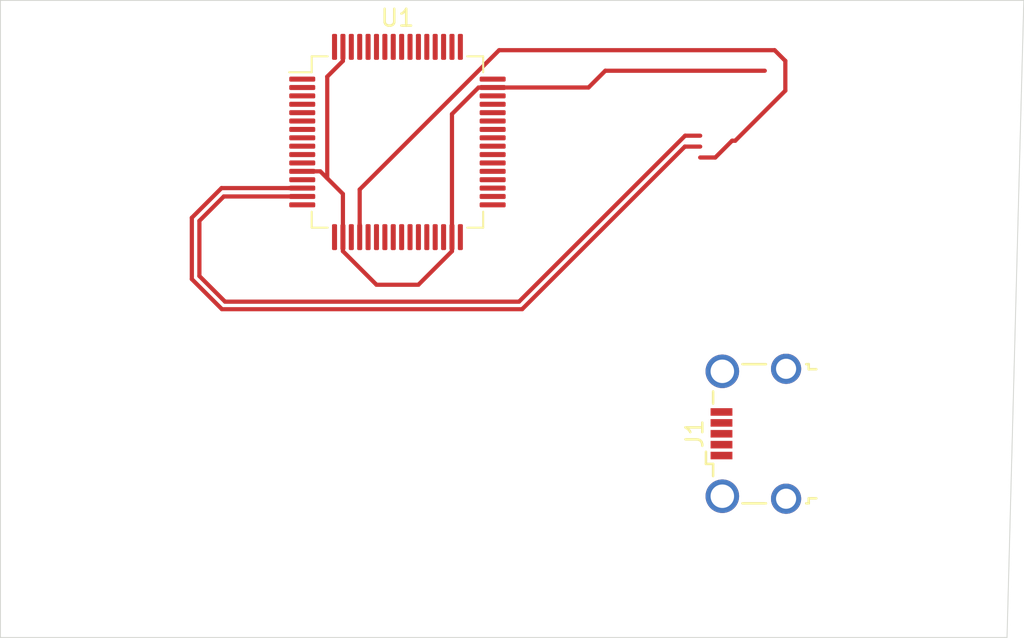
<source format=kicad_pcb>
(kicad_pcb (version 20171130) (host pcbnew "(5.1.5)-3")

  (general
    (thickness 1.6)
    (drawings 4)
    (tracks 44)
    (zones 0)
    (modules 2)
    (nets 62)
  )

  (page A4)
  (layers
    (0 F.Cu signal)
    (31 B.Cu signal)
    (32 B.Adhes user)
    (33 F.Adhes user)
    (34 B.Paste user)
    (35 F.Paste user)
    (36 B.SilkS user)
    (37 F.SilkS user)
    (38 B.Mask user)
    (39 F.Mask user)
    (40 Dwgs.User user)
    (41 Cmts.User user)
    (42 Eco1.User user)
    (43 Eco2.User user)
    (44 Edge.Cuts user)
    (45 Margin user)
    (46 B.CrtYd user)
    (47 F.CrtYd user)
    (48 B.Fab user)
    (49 F.Fab user)
  )

  (setup
    (last_trace_width 0.25)
    (trace_clearance 0.2)
    (zone_clearance 0.508)
    (zone_45_only no)
    (trace_min 0.2)
    (via_size 0.8)
    (via_drill 0.4)
    (via_min_size 0.4)
    (via_min_drill 0.3)
    (uvia_size 0.3)
    (uvia_drill 0.1)
    (uvias_allowed no)
    (uvia_min_size 0.2)
    (uvia_min_drill 0.1)
    (edge_width 0.05)
    (segment_width 0.2)
    (pcb_text_width 0.3)
    (pcb_text_size 1.5 1.5)
    (mod_edge_width 0.12)
    (mod_text_size 1 1)
    (mod_text_width 0.15)
    (pad_size 1.524 1.524)
    (pad_drill 0.762)
    (pad_to_mask_clearance 0.051)
    (solder_mask_min_width 0.25)
    (aux_axis_origin 0 0)
    (visible_elements 7FFFFFFF)
    (pcbplotparams
      (layerselection 0x010fc_ffffffff)
      (usegerberextensions false)
      (usegerberattributes false)
      (usegerberadvancedattributes false)
      (creategerberjobfile false)
      (excludeedgelayer true)
      (linewidth 0.100000)
      (plotframeref false)
      (viasonmask false)
      (mode 1)
      (useauxorigin false)
      (hpglpennumber 1)
      (hpglpenspeed 20)
      (hpglpendiameter 15.000000)
      (psnegative false)
      (psa4output false)
      (plotreference true)
      (plotvalue true)
      (plotinvisibletext false)
      (padsonsilk false)
      (subtractmaskfromsilk false)
      (outputformat 1)
      (mirror false)
      (drillshape 1)
      (scaleselection 1)
      (outputdirectory ""))
  )

  (net 0 "")
  (net 1 "Net-(U1-Pad64)")
  (net 2 GND)
  (net 3 "Net-(U1-Pad62)")
  (net 4 "Net-(U1-Pad61)")
  (net 5 "Net-(U1-Pad60)")
  (net 6 "Net-(U1-Pad59)")
  (net 7 "Net-(U1-Pad58)")
  (net 8 "Net-(U1-Pad57)")
  (net 9 "Net-(U1-Pad56)")
  (net 10 "Net-(U1-Pad55)")
  (net 11 "Net-(U1-Pad54)")
  (net 12 "Net-(U1-Pad53)")
  (net 13 "Net-(U1-Pad52)")
  (net 14 "Net-(U1-Pad51)")
  (net 15 "Net-(U1-Pad50)")
  (net 16 "Net-(U1-Pad49)")
  (net 17 "Net-(U1-Pad48)")
  (net 18 "Net-(U1-Pad46)")
  (net 19 "Net-(U1-Pad45)")
  (net 20 "Net-(U1-Pad44)")
  (net 21 "Net-(U1-Pad43)")
  (net 22 "Net-(U1-Pad42)")
  (net 23 "Net-(U1-Pad41)")
  (net 24 "Net-(U1-Pad40)")
  (net 25 "Net-(U1-Pad39)")
  (net 26 "Net-(U1-Pad38)")
  (net 27 "Net-(U1-Pad37)")
  (net 28 "Net-(U1-Pad36)")
  (net 29 "Net-(U1-Pad35)")
  (net 30 "Net-(U1-Pad34)")
  (net 31 "Net-(U1-Pad33)")
  (net 32 "Net-(U1-Pad32)")
  (net 33 "Net-(U1-Pad30)")
  (net 34 "Net-(U1-Pad29)")
  (net 35 "Net-(U1-Pad28)")
  (net 36 "Net-(U1-Pad27)")
  (net 37 "Net-(U1-Pad26)")
  (net 38 "Net-(U1-Pad25)")
  (net 39 "Net-(U1-Pad24)")
  (net 40 "Net-(U1-Pad23)")
  (net 41 "Net-(U1-Pad22)")
  (net 42 "Net-(U1-Pad21)")
  (net 43 "Net-(U1-Pad19)")
  (net 44 "Net-(U1-Pad17)")
  (net 45 "Net-(U1-Pad16)")
  (net 46 "Net-(U1-Pad13)")
  (net 47 "Net-(U1-Pad11)")
  (net 48 "Net-(U1-Pad10)")
  (net 49 "Net-(U1-Pad9)")
  (net 50 "Net-(U1-Pad8)")
  (net 51 "Net-(U1-Pad7)")
  (net 52 "Net-(U1-Pad6)")
  (net 53 "Net-(U1-Pad5)")
  (net 54 "Net-(U1-Pad4)")
  (net 55 "Net-(U1-Pad3)")
  (net 56 "Net-(U1-Pad2)")
  (net 57 "Net-(U1-Pad1)")
  (net 58 "Net-(J1-Pad4)")
  (net 59 "Net-(J1-Pad3)")
  (net 60 "Net-(J1-Pad2)")
  (net 61 "Net-(J1-Pad1)")

  (net_class Default "This is the default net class."
    (clearance 0.2)
    (trace_width 0.25)
    (via_dia 0.8)
    (via_drill 0.4)
    (uvia_dia 0.3)
    (uvia_drill 0.1)
    (add_net GND)
    (add_net "Net-(J1-Pad1)")
    (add_net "Net-(J1-Pad2)")
    (add_net "Net-(J1-Pad3)")
    (add_net "Net-(J1-Pad4)")
    (add_net "Net-(U1-Pad1)")
    (add_net "Net-(U1-Pad10)")
    (add_net "Net-(U1-Pad11)")
    (add_net "Net-(U1-Pad13)")
    (add_net "Net-(U1-Pad16)")
    (add_net "Net-(U1-Pad17)")
    (add_net "Net-(U1-Pad19)")
    (add_net "Net-(U1-Pad2)")
    (add_net "Net-(U1-Pad21)")
    (add_net "Net-(U1-Pad22)")
    (add_net "Net-(U1-Pad23)")
    (add_net "Net-(U1-Pad24)")
    (add_net "Net-(U1-Pad25)")
    (add_net "Net-(U1-Pad26)")
    (add_net "Net-(U1-Pad27)")
    (add_net "Net-(U1-Pad28)")
    (add_net "Net-(U1-Pad29)")
    (add_net "Net-(U1-Pad3)")
    (add_net "Net-(U1-Pad30)")
    (add_net "Net-(U1-Pad32)")
    (add_net "Net-(U1-Pad33)")
    (add_net "Net-(U1-Pad34)")
    (add_net "Net-(U1-Pad35)")
    (add_net "Net-(U1-Pad36)")
    (add_net "Net-(U1-Pad37)")
    (add_net "Net-(U1-Pad38)")
    (add_net "Net-(U1-Pad39)")
    (add_net "Net-(U1-Pad4)")
    (add_net "Net-(U1-Pad40)")
    (add_net "Net-(U1-Pad41)")
    (add_net "Net-(U1-Pad42)")
    (add_net "Net-(U1-Pad43)")
    (add_net "Net-(U1-Pad44)")
    (add_net "Net-(U1-Pad45)")
    (add_net "Net-(U1-Pad46)")
    (add_net "Net-(U1-Pad48)")
    (add_net "Net-(U1-Pad49)")
    (add_net "Net-(U1-Pad5)")
    (add_net "Net-(U1-Pad50)")
    (add_net "Net-(U1-Pad51)")
    (add_net "Net-(U1-Pad52)")
    (add_net "Net-(U1-Pad53)")
    (add_net "Net-(U1-Pad54)")
    (add_net "Net-(U1-Pad55)")
    (add_net "Net-(U1-Pad56)")
    (add_net "Net-(U1-Pad57)")
    (add_net "Net-(U1-Pad58)")
    (add_net "Net-(U1-Pad59)")
    (add_net "Net-(U1-Pad6)")
    (add_net "Net-(U1-Pad60)")
    (add_net "Net-(U1-Pad61)")
    (add_net "Net-(U1-Pad62)")
    (add_net "Net-(U1-Pad64)")
    (add_net "Net-(U1-Pad7)")
    (add_net "Net-(U1-Pad8)")
    (add_net "Net-(U1-Pad9)")
  )

  (module Connector_USB:USB_Micro-B_Wuerth_629105150521_CircularHoles (layer F.Cu) (tedit 5A142044) (tstamp 5EBD0D89)
    (at 55.88 -57.15 90)
    (descr "USB Micro-B receptacle, http://www.mouser.com/ds/2/445/629105150521-469306.pdf")
    (tags "usb micro receptacle")
    (path /5EBD3FD2)
    (attr smd)
    (fp_text reference J1 (at 0 -3.5 90) (layer F.SilkS)
      (effects (font (size 1 1) (thickness 0.15)))
    )
    (fp_text value USB_B_Micro (at 0 5.6 90) (layer F.Fab)
      (effects (font (size 1 1) (thickness 0.15)))
    )
    (fp_text user "PCB Edge" (at 0 3.75 90) (layer Dwgs.User)
      (effects (font (size 0.5 0.5) (thickness 0.08)))
    )
    (fp_text user %R (at 0 1.05 90) (layer F.Fab)
      (effects (font (size 1 1) (thickness 0.15)))
    )
    (fp_line (start 5.28 -3.34) (end -5.27 -3.34) (layer F.CrtYd) (width 0.05))
    (fp_line (start 5.28 4.85) (end 5.28 -3.34) (layer F.CrtYd) (width 0.05))
    (fp_line (start -5.27 4.85) (end 5.28 4.85) (layer F.CrtYd) (width 0.05))
    (fp_line (start -5.27 -3.34) (end -5.27 4.85) (layer F.CrtYd) (width 0.05))
    (fp_line (start 1.8 -2.4) (end 2.525 -2.4) (layer F.SilkS) (width 0.15))
    (fp_line (start -1.8 -2.4) (end -2.525 -2.4) (layer F.SilkS) (width 0.15))
    (fp_line (start -1.8 -2.825) (end -1.8 -2.4) (layer F.SilkS) (width 0.15))
    (fp_line (start -1.075 -2.825) (end -1.8 -2.825) (layer F.SilkS) (width 0.15))
    (fp_line (start 4.15 0.75) (end 4.15 -0.65) (layer F.SilkS) (width 0.15))
    (fp_line (start 4.15 3.3) (end 4.15 3.15) (layer F.SilkS) (width 0.15))
    (fp_line (start 3.85 3.3) (end 4.15 3.3) (layer F.SilkS) (width 0.15))
    (fp_line (start 3.85 3.75) (end 3.85 3.3) (layer F.SilkS) (width 0.15))
    (fp_line (start -3.85 3.3) (end -3.85 3.75) (layer F.SilkS) (width 0.15))
    (fp_line (start -4.15 3.3) (end -3.85 3.3) (layer F.SilkS) (width 0.15))
    (fp_line (start -4.15 3.15) (end -4.15 3.3) (layer F.SilkS) (width 0.15))
    (fp_line (start -4.15 -0.65) (end -4.15 0.75) (layer F.SilkS) (width 0.15))
    (fp_line (start -1.075 -2.95) (end -1.075 -2.725) (layer F.Fab) (width 0.15))
    (fp_line (start -1.525 -2.95) (end -1.075 -2.95) (layer F.Fab) (width 0.15))
    (fp_line (start -1.525 -2.725) (end -1.525 -2.95) (layer F.Fab) (width 0.15))
    (fp_line (start -1.3 -2.55) (end -1.525 -2.725) (layer F.Fab) (width 0.15))
    (fp_line (start -1.075 -2.725) (end -1.3 -2.55) (layer F.Fab) (width 0.15))
    (fp_line (start -2.7 3.75) (end 2.7 3.75) (layer F.Fab) (width 0.15))
    (fp_line (start 4 -2.25) (end -4 -2.25) (layer F.Fab) (width 0.15))
    (fp_line (start 4 3.15) (end 4 -2.25) (layer F.Fab) (width 0.15))
    (fp_line (start 3.7 3.15) (end 4 3.15) (layer F.Fab) (width 0.15))
    (fp_line (start 3.7 4.35) (end 3.7 3.15) (layer F.Fab) (width 0.15))
    (fp_line (start -3.7 4.35) (end 3.7 4.35) (layer F.Fab) (width 0.15))
    (fp_line (start -3.7 3.15) (end -3.7 4.35) (layer F.Fab) (width 0.15))
    (fp_line (start -4 3.15) (end -3.7 3.15) (layer F.Fab) (width 0.15))
    (fp_line (start -4 -2.25) (end -4 3.15) (layer F.Fab) (width 0.15))
    (pad "" np_thru_hole circle (at 2.5 -0.8 90) (size 0.8 0.8) (drill 0.8) (layers *.Cu *.Mask))
    (pad "" np_thru_hole circle (at -2.5 -0.8 90) (size 0.8 0.8) (drill 0.8) (layers *.Cu *.Mask))
    (pad 6 thru_hole circle (at 3.875 1.95 90) (size 1.8 1.8) (drill 1.2) (layers *.Cu *.Mask)
      (net 2 GND))
    (pad 6 thru_hole circle (at -3.875 1.95 90) (size 1.8 1.8) (drill 1.2) (layers *.Cu *.Mask)
      (net 2 GND))
    (pad 6 thru_hole circle (at 3.725 -1.85 90) (size 2 2) (drill 1.4) (layers *.Cu *.Mask)
      (net 2 GND))
    (pad 6 thru_hole circle (at -3.725 -1.85 90) (size 2 2) (drill 1.4) (layers *.Cu *.Mask)
      (net 2 GND))
    (pad 5 smd rect (at 1.3 -1.9 90) (size 0.45 1.3) (layers F.Cu F.Paste F.Mask)
      (net 2 GND))
    (pad 4 smd rect (at 0.65 -1.9 90) (size 0.45 1.3) (layers F.Cu F.Paste F.Mask)
      (net 58 "Net-(J1-Pad4)"))
    (pad 3 smd rect (at 0 -1.9 90) (size 0.45 1.3) (layers F.Cu F.Paste F.Mask)
      (net 59 "Net-(J1-Pad3)"))
    (pad 2 smd rect (at -0.65 -1.9 90) (size 0.45 1.3) (layers F.Cu F.Paste F.Mask)
      (net 60 "Net-(J1-Pad2)"))
    (pad 1 smd rect (at -1.3 -1.9 90) (size 0.45 1.3) (layers F.Cu F.Paste F.Mask)
      (net 61 "Net-(J1-Pad1)"))
    (model ${KISYS3DMOD}/Connector_USB.3dshapes/USB_Micro-B_Wuerth_629105150521_CircularHoles.wrl
      (at (xyz 0 0 0))
      (scale (xyz 1 1 1))
      (rotate (xyz 0 0 0))
    )
  )

  (module Package_QFP:LQFP-64_10x10mm_P0.5mm (layer F.Cu) (tedit 5D9F72AF) (tstamp 5EBD0549)
    (at 34.665001 -74.554999)
    (descr "LQFP, 64 Pin (https://www.analog.com/media/en/technical-documentation/data-sheets/ad7606_7606-6_7606-4.pdf), generated with kicad-footprint-generator ipc_gullwing_generator.py")
    (tags "LQFP QFP")
    (path /5EBD04EF)
    (attr smd)
    (fp_text reference U1 (at 0 -7.4) (layer F.SilkS)
      (effects (font (size 1 1) (thickness 0.15)))
    )
    (fp_text value STM32L476RGTx (at 0 7.4) (layer F.Fab)
      (effects (font (size 1 1) (thickness 0.15)))
    )
    (fp_text user %R (at 0 0) (layer F.Fab)
      (effects (font (size 1 1) (thickness 0.15)))
    )
    (fp_line (start 6.7 4.15) (end 6.7 0) (layer F.CrtYd) (width 0.05))
    (fp_line (start 5.25 4.15) (end 6.7 4.15) (layer F.CrtYd) (width 0.05))
    (fp_line (start 5.25 5.25) (end 5.25 4.15) (layer F.CrtYd) (width 0.05))
    (fp_line (start 4.15 5.25) (end 5.25 5.25) (layer F.CrtYd) (width 0.05))
    (fp_line (start 4.15 6.7) (end 4.15 5.25) (layer F.CrtYd) (width 0.05))
    (fp_line (start 0 6.7) (end 4.15 6.7) (layer F.CrtYd) (width 0.05))
    (fp_line (start -6.7 4.15) (end -6.7 0) (layer F.CrtYd) (width 0.05))
    (fp_line (start -5.25 4.15) (end -6.7 4.15) (layer F.CrtYd) (width 0.05))
    (fp_line (start -5.25 5.25) (end -5.25 4.15) (layer F.CrtYd) (width 0.05))
    (fp_line (start -4.15 5.25) (end -5.25 5.25) (layer F.CrtYd) (width 0.05))
    (fp_line (start -4.15 6.7) (end -4.15 5.25) (layer F.CrtYd) (width 0.05))
    (fp_line (start 0 6.7) (end -4.15 6.7) (layer F.CrtYd) (width 0.05))
    (fp_line (start 6.7 -4.15) (end 6.7 0) (layer F.CrtYd) (width 0.05))
    (fp_line (start 5.25 -4.15) (end 6.7 -4.15) (layer F.CrtYd) (width 0.05))
    (fp_line (start 5.25 -5.25) (end 5.25 -4.15) (layer F.CrtYd) (width 0.05))
    (fp_line (start 4.15 -5.25) (end 5.25 -5.25) (layer F.CrtYd) (width 0.05))
    (fp_line (start 4.15 -6.7) (end 4.15 -5.25) (layer F.CrtYd) (width 0.05))
    (fp_line (start 0 -6.7) (end 4.15 -6.7) (layer F.CrtYd) (width 0.05))
    (fp_line (start -6.7 -4.15) (end -6.7 0) (layer F.CrtYd) (width 0.05))
    (fp_line (start -5.25 -4.15) (end -6.7 -4.15) (layer F.CrtYd) (width 0.05))
    (fp_line (start -5.25 -5.25) (end -5.25 -4.15) (layer F.CrtYd) (width 0.05))
    (fp_line (start -4.15 -5.25) (end -5.25 -5.25) (layer F.CrtYd) (width 0.05))
    (fp_line (start -4.15 -6.7) (end -4.15 -5.25) (layer F.CrtYd) (width 0.05))
    (fp_line (start 0 -6.7) (end -4.15 -6.7) (layer F.CrtYd) (width 0.05))
    (fp_line (start -5 -4) (end -4 -5) (layer F.Fab) (width 0.1))
    (fp_line (start -5 5) (end -5 -4) (layer F.Fab) (width 0.1))
    (fp_line (start 5 5) (end -5 5) (layer F.Fab) (width 0.1))
    (fp_line (start 5 -5) (end 5 5) (layer F.Fab) (width 0.1))
    (fp_line (start -4 -5) (end 5 -5) (layer F.Fab) (width 0.1))
    (fp_line (start -5.11 -4.16) (end -6.45 -4.16) (layer F.SilkS) (width 0.12))
    (fp_line (start -5.11 -5.11) (end -5.11 -4.16) (layer F.SilkS) (width 0.12))
    (fp_line (start -4.16 -5.11) (end -5.11 -5.11) (layer F.SilkS) (width 0.12))
    (fp_line (start 5.11 -5.11) (end 5.11 -4.16) (layer F.SilkS) (width 0.12))
    (fp_line (start 4.16 -5.11) (end 5.11 -5.11) (layer F.SilkS) (width 0.12))
    (fp_line (start -5.11 5.11) (end -5.11 4.16) (layer F.SilkS) (width 0.12))
    (fp_line (start -4.16 5.11) (end -5.11 5.11) (layer F.SilkS) (width 0.12))
    (fp_line (start 5.11 5.11) (end 5.11 4.16) (layer F.SilkS) (width 0.12))
    (fp_line (start 4.16 5.11) (end 5.11 5.11) (layer F.SilkS) (width 0.12))
    (pad 64 smd roundrect (at -3.75 -5.675) (size 0.3 1.55) (layers F.Cu F.Paste F.Mask) (roundrect_rratio 0.25)
      (net 1 "Net-(U1-Pad64)"))
    (pad 63 smd roundrect (at -3.25 -5.675) (size 0.3 1.55) (layers F.Cu F.Paste F.Mask) (roundrect_rratio 0.25)
      (net 2 GND))
    (pad 62 smd roundrect (at -2.75 -5.675) (size 0.3 1.55) (layers F.Cu F.Paste F.Mask) (roundrect_rratio 0.25)
      (net 3 "Net-(U1-Pad62)"))
    (pad 61 smd roundrect (at -2.25 -5.675) (size 0.3 1.55) (layers F.Cu F.Paste F.Mask) (roundrect_rratio 0.25)
      (net 4 "Net-(U1-Pad61)"))
    (pad 60 smd roundrect (at -1.75 -5.675) (size 0.3 1.55) (layers F.Cu F.Paste F.Mask) (roundrect_rratio 0.25)
      (net 5 "Net-(U1-Pad60)"))
    (pad 59 smd roundrect (at -1.25 -5.675) (size 0.3 1.55) (layers F.Cu F.Paste F.Mask) (roundrect_rratio 0.25)
      (net 6 "Net-(U1-Pad59)"))
    (pad 58 smd roundrect (at -0.75 -5.675) (size 0.3 1.55) (layers F.Cu F.Paste F.Mask) (roundrect_rratio 0.25)
      (net 7 "Net-(U1-Pad58)"))
    (pad 57 smd roundrect (at -0.25 -5.675) (size 0.3 1.55) (layers F.Cu F.Paste F.Mask) (roundrect_rratio 0.25)
      (net 8 "Net-(U1-Pad57)"))
    (pad 56 smd roundrect (at 0.25 -5.675) (size 0.3 1.55) (layers F.Cu F.Paste F.Mask) (roundrect_rratio 0.25)
      (net 9 "Net-(U1-Pad56)"))
    (pad 55 smd roundrect (at 0.75 -5.675) (size 0.3 1.55) (layers F.Cu F.Paste F.Mask) (roundrect_rratio 0.25)
      (net 10 "Net-(U1-Pad55)"))
    (pad 54 smd roundrect (at 1.25 -5.675) (size 0.3 1.55) (layers F.Cu F.Paste F.Mask) (roundrect_rratio 0.25)
      (net 11 "Net-(U1-Pad54)"))
    (pad 53 smd roundrect (at 1.75 -5.675) (size 0.3 1.55) (layers F.Cu F.Paste F.Mask) (roundrect_rratio 0.25)
      (net 12 "Net-(U1-Pad53)"))
    (pad 52 smd roundrect (at 2.25 -5.675) (size 0.3 1.55) (layers F.Cu F.Paste F.Mask) (roundrect_rratio 0.25)
      (net 13 "Net-(U1-Pad52)"))
    (pad 51 smd roundrect (at 2.75 -5.675) (size 0.3 1.55) (layers F.Cu F.Paste F.Mask) (roundrect_rratio 0.25)
      (net 14 "Net-(U1-Pad51)"))
    (pad 50 smd roundrect (at 3.25 -5.675) (size 0.3 1.55) (layers F.Cu F.Paste F.Mask) (roundrect_rratio 0.25)
      (net 15 "Net-(U1-Pad50)"))
    (pad 49 smd roundrect (at 3.75 -5.675) (size 0.3 1.55) (layers F.Cu F.Paste F.Mask) (roundrect_rratio 0.25)
      (net 16 "Net-(U1-Pad49)"))
    (pad 48 smd roundrect (at 5.675 -3.75) (size 1.55 0.3) (layers F.Cu F.Paste F.Mask) (roundrect_rratio 0.25)
      (net 17 "Net-(U1-Pad48)"))
    (pad 47 smd roundrect (at 5.675 -3.25) (size 1.55 0.3) (layers F.Cu F.Paste F.Mask) (roundrect_rratio 0.25)
      (net 2 GND))
    (pad 46 smd roundrect (at 5.675 -2.75) (size 1.55 0.3) (layers F.Cu F.Paste F.Mask) (roundrect_rratio 0.25)
      (net 18 "Net-(U1-Pad46)"))
    (pad 45 smd roundrect (at 5.675 -2.25) (size 1.55 0.3) (layers F.Cu F.Paste F.Mask) (roundrect_rratio 0.25)
      (net 19 "Net-(U1-Pad45)"))
    (pad 44 smd roundrect (at 5.675 -1.75) (size 1.55 0.3) (layers F.Cu F.Paste F.Mask) (roundrect_rratio 0.25)
      (net 20 "Net-(U1-Pad44)"))
    (pad 43 smd roundrect (at 5.675 -1.25) (size 1.55 0.3) (layers F.Cu F.Paste F.Mask) (roundrect_rratio 0.25)
      (net 21 "Net-(U1-Pad43)"))
    (pad 42 smd roundrect (at 5.675 -0.75) (size 1.55 0.3) (layers F.Cu F.Paste F.Mask) (roundrect_rratio 0.25)
      (net 22 "Net-(U1-Pad42)"))
    (pad 41 smd roundrect (at 5.675 -0.25) (size 1.55 0.3) (layers F.Cu F.Paste F.Mask) (roundrect_rratio 0.25)
      (net 23 "Net-(U1-Pad41)"))
    (pad 40 smd roundrect (at 5.675 0.25) (size 1.55 0.3) (layers F.Cu F.Paste F.Mask) (roundrect_rratio 0.25)
      (net 24 "Net-(U1-Pad40)"))
    (pad 39 smd roundrect (at 5.675 0.75) (size 1.55 0.3) (layers F.Cu F.Paste F.Mask) (roundrect_rratio 0.25)
      (net 25 "Net-(U1-Pad39)"))
    (pad 38 smd roundrect (at 5.675 1.25) (size 1.55 0.3) (layers F.Cu F.Paste F.Mask) (roundrect_rratio 0.25)
      (net 26 "Net-(U1-Pad38)"))
    (pad 37 smd roundrect (at 5.675 1.75) (size 1.55 0.3) (layers F.Cu F.Paste F.Mask) (roundrect_rratio 0.25)
      (net 27 "Net-(U1-Pad37)"))
    (pad 36 smd roundrect (at 5.675 2.25) (size 1.55 0.3) (layers F.Cu F.Paste F.Mask) (roundrect_rratio 0.25)
      (net 28 "Net-(U1-Pad36)"))
    (pad 35 smd roundrect (at 5.675 2.75) (size 1.55 0.3) (layers F.Cu F.Paste F.Mask) (roundrect_rratio 0.25)
      (net 29 "Net-(U1-Pad35)"))
    (pad 34 smd roundrect (at 5.675 3.25) (size 1.55 0.3) (layers F.Cu F.Paste F.Mask) (roundrect_rratio 0.25)
      (net 30 "Net-(U1-Pad34)"))
    (pad 33 smd roundrect (at 5.675 3.75) (size 1.55 0.3) (layers F.Cu F.Paste F.Mask) (roundrect_rratio 0.25)
      (net 31 "Net-(U1-Pad33)"))
    (pad 32 smd roundrect (at 3.75 5.675) (size 0.3 1.55) (layers F.Cu F.Paste F.Mask) (roundrect_rratio 0.25)
      (net 32 "Net-(U1-Pad32)"))
    (pad 31 smd roundrect (at 3.25 5.675) (size 0.3 1.55) (layers F.Cu F.Paste F.Mask) (roundrect_rratio 0.25)
      (net 2 GND))
    (pad 30 smd roundrect (at 2.75 5.675) (size 0.3 1.55) (layers F.Cu F.Paste F.Mask) (roundrect_rratio 0.25)
      (net 33 "Net-(U1-Pad30)"))
    (pad 29 smd roundrect (at 2.25 5.675) (size 0.3 1.55) (layers F.Cu F.Paste F.Mask) (roundrect_rratio 0.25)
      (net 34 "Net-(U1-Pad29)"))
    (pad 28 smd roundrect (at 1.75 5.675) (size 0.3 1.55) (layers F.Cu F.Paste F.Mask) (roundrect_rratio 0.25)
      (net 35 "Net-(U1-Pad28)"))
    (pad 27 smd roundrect (at 1.25 5.675) (size 0.3 1.55) (layers F.Cu F.Paste F.Mask) (roundrect_rratio 0.25)
      (net 36 "Net-(U1-Pad27)"))
    (pad 26 smd roundrect (at 0.75 5.675) (size 0.3 1.55) (layers F.Cu F.Paste F.Mask) (roundrect_rratio 0.25)
      (net 37 "Net-(U1-Pad26)"))
    (pad 25 smd roundrect (at 0.25 5.675) (size 0.3 1.55) (layers F.Cu F.Paste F.Mask) (roundrect_rratio 0.25)
      (net 38 "Net-(U1-Pad25)"))
    (pad 24 smd roundrect (at -0.25 5.675) (size 0.3 1.55) (layers F.Cu F.Paste F.Mask) (roundrect_rratio 0.25)
      (net 39 "Net-(U1-Pad24)"))
    (pad 23 smd roundrect (at -0.75 5.675) (size 0.3 1.55) (layers F.Cu F.Paste F.Mask) (roundrect_rratio 0.25)
      (net 40 "Net-(U1-Pad23)"))
    (pad 22 smd roundrect (at -1.25 5.675) (size 0.3 1.55) (layers F.Cu F.Paste F.Mask) (roundrect_rratio 0.25)
      (net 41 "Net-(U1-Pad22)"))
    (pad 21 smd roundrect (at -1.75 5.675) (size 0.3 1.55) (layers F.Cu F.Paste F.Mask) (roundrect_rratio 0.25)
      (net 42 "Net-(U1-Pad21)"))
    (pad 20 smd roundrect (at -2.25 5.675) (size 0.3 1.55) (layers F.Cu F.Paste F.Mask) (roundrect_rratio 0.25)
      (net 61 "Net-(J1-Pad1)"))
    (pad 19 smd roundrect (at -2.75 5.675) (size 0.3 1.55) (layers F.Cu F.Paste F.Mask) (roundrect_rratio 0.25)
      (net 43 "Net-(U1-Pad19)"))
    (pad 18 smd roundrect (at -3.25 5.675) (size 0.3 1.55) (layers F.Cu F.Paste F.Mask) (roundrect_rratio 0.25)
      (net 2 GND))
    (pad 17 smd roundrect (at -3.75 5.675) (size 0.3 1.55) (layers F.Cu F.Paste F.Mask) (roundrect_rratio 0.25)
      (net 44 "Net-(U1-Pad17)"))
    (pad 16 smd roundrect (at -5.675 3.75) (size 1.55 0.3) (layers F.Cu F.Paste F.Mask) (roundrect_rratio 0.25)
      (net 45 "Net-(U1-Pad16)"))
    (pad 15 smd roundrect (at -5.675 3.25) (size 1.55 0.3) (layers F.Cu F.Paste F.Mask) (roundrect_rratio 0.25)
      (net 59 "Net-(J1-Pad3)"))
    (pad 14 smd roundrect (at -5.675 2.75) (size 1.55 0.3) (layers F.Cu F.Paste F.Mask) (roundrect_rratio 0.25)
      (net 60 "Net-(J1-Pad2)"))
    (pad 13 smd roundrect (at -5.675 2.25) (size 1.55 0.3) (layers F.Cu F.Paste F.Mask) (roundrect_rratio 0.25)
      (net 46 "Net-(U1-Pad13)"))
    (pad 12 smd roundrect (at -5.675 1.75) (size 1.55 0.3) (layers F.Cu F.Paste F.Mask) (roundrect_rratio 0.25)
      (net 2 GND))
    (pad 11 smd roundrect (at -5.675 1.25) (size 1.55 0.3) (layers F.Cu F.Paste F.Mask) (roundrect_rratio 0.25)
      (net 47 "Net-(U1-Pad11)"))
    (pad 10 smd roundrect (at -5.675 0.75) (size 1.55 0.3) (layers F.Cu F.Paste F.Mask) (roundrect_rratio 0.25)
      (net 48 "Net-(U1-Pad10)"))
    (pad 9 smd roundrect (at -5.675 0.25) (size 1.55 0.3) (layers F.Cu F.Paste F.Mask) (roundrect_rratio 0.25)
      (net 49 "Net-(U1-Pad9)"))
    (pad 8 smd roundrect (at -5.675 -0.25) (size 1.55 0.3) (layers F.Cu F.Paste F.Mask) (roundrect_rratio 0.25)
      (net 50 "Net-(U1-Pad8)"))
    (pad 7 smd roundrect (at -5.675 -0.75) (size 1.55 0.3) (layers F.Cu F.Paste F.Mask) (roundrect_rratio 0.25)
      (net 51 "Net-(U1-Pad7)"))
    (pad 6 smd roundrect (at -5.675 -1.25) (size 1.55 0.3) (layers F.Cu F.Paste F.Mask) (roundrect_rratio 0.25)
      (net 52 "Net-(U1-Pad6)"))
    (pad 5 smd roundrect (at -5.675 -1.75) (size 1.55 0.3) (layers F.Cu F.Paste F.Mask) (roundrect_rratio 0.25)
      (net 53 "Net-(U1-Pad5)"))
    (pad 4 smd roundrect (at -5.675 -2.25) (size 1.55 0.3) (layers F.Cu F.Paste F.Mask) (roundrect_rratio 0.25)
      (net 54 "Net-(U1-Pad4)"))
    (pad 3 smd roundrect (at -5.675 -2.75) (size 1.55 0.3) (layers F.Cu F.Paste F.Mask) (roundrect_rratio 0.25)
      (net 55 "Net-(U1-Pad3)"))
    (pad 2 smd roundrect (at -5.675 -3.25) (size 1.55 0.3) (layers F.Cu F.Paste F.Mask) (roundrect_rratio 0.25)
      (net 56 "Net-(U1-Pad2)"))
    (pad 1 smd roundrect (at -5.675 -3.75) (size 1.55 0.3) (layers F.Cu F.Paste F.Mask) (roundrect_rratio 0.25)
      (net 57 "Net-(U1-Pad1)"))
    (model ${KISYS3DMOD}/Package_QFP.3dshapes/LQFP-64_10x10mm_P0.5mm.wrl
      (at (xyz 0 0 0))
      (scale (xyz 1 1 1))
      (rotate (xyz 0 0 0))
    )
  )

  (gr_line (start 71 -45) (end 72 -83) (layer Edge.Cuts) (width 0.05) (tstamp 5F3D3107))
  (gr_line (start 11 -45) (end 71 -45) (layer Edge.Cuts) (width 0.05))
  (gr_line (start 11 -83) (end 11 -45) (layer Edge.Cuts) (width 0.05))
  (gr_line (start 72 -83) (end 11 -83) (layer Edge.Cuts) (width 0.05))

  (segment (start 40.340001 -77.804999) (end 46.054999 -77.804999) (width 0.25) (layer F.Cu) (net 2))
  (segment (start 47.055 -78.805) (end 56.56 -78.805) (width 0.25) (layer F.Cu) (net 2))
  (segment (start 46.054999 -77.804999) (end 47.055 -78.805) (width 0.25) (layer F.Cu) (net 2))
  (segment (start 31.415001 -68.879999) (end 31.415001 -71.454999) (width 0.25) (layer F.Cu) (net 2))
  (segment (start 30.065001 -72.804999) (end 28.990001 -72.804999) (width 0.25) (layer F.Cu) (net 2))
  (segment (start 31.415001 -71.454999) (end 30.065001 -72.804999) (width 0.25) (layer F.Cu) (net 2))
  (segment (start 31.415001 -79.389297) (end 30.48 -78.454296) (width 0.25) (layer F.Cu) (net 2))
  (segment (start 31.415001 -80.229999) (end 31.415001 -79.389297) (width 0.25) (layer F.Cu) (net 2))
  (segment (start 30.48 -78.454296) (end 30.48 -72.39) (width 0.25) (layer F.Cu) (net 2))
  (segment (start 31.415001 -68.039297) (end 33.414298 -66.04) (width 0.25) (layer F.Cu) (net 2))
  (segment (start 31.415001 -68.879999) (end 31.415001 -68.039297) (width 0.25) (layer F.Cu) (net 2))
  (segment (start 37.915001 -68.104999) (end 37.915001 -68.879999) (width 0.25) (layer F.Cu) (net 2))
  (segment (start 37.915001 -68.039297) (end 37.915001 -68.104999) (width 0.25) (layer F.Cu) (net 2))
  (segment (start 35.915704 -66.04) (end 37.915001 -68.039297) (width 0.25) (layer F.Cu) (net 2))
  (segment (start 33.414298 -66.04) (end 35.915704 -66.04) (width 0.25) (layer F.Cu) (net 2))
  (segment (start 39.499299 -77.804999) (end 39.565001 -77.804999) (width 0.25) (layer F.Cu) (net 2))
  (segment (start 37.915001 -76.220701) (end 39.499299 -77.804999) (width 0.25) (layer F.Cu) (net 2))
  (segment (start 39.565001 -77.804999) (end 40.340001 -77.804999) (width 0.25) (layer F.Cu) (net 2))
  (segment (start 37.915001 -68.879999) (end 37.915001 -76.220701) (width 0.25) (layer F.Cu) (net 2))
  (segment (start 51.81 -74.93) (end 41.91 -65.03) (width 0.25) (layer F.Cu) (net 59))
  (segment (start 52.71 -74.93) (end 51.81 -74.93) (width 0.25) (layer F.Cu) (net 59))
  (segment (start 41.91 -65.03) (end 24.39 -65.03) (width 0.25) (layer F.Cu) (net 59))
  (segment (start 24.39 -65.03) (end 22.86 -66.56) (width 0.25) (layer F.Cu) (net 59))
  (segment (start 22.86 -66.56) (end 22.86 -69.85) (width 0.25) (layer F.Cu) (net 59))
  (segment (start 24.314999 -71.304999) (end 28.990001 -71.304999) (width 0.25) (layer F.Cu) (net 59))
  (segment (start 22.86 -69.85) (end 24.314999 -71.304999) (width 0.25) (layer F.Cu) (net 59))
  (segment (start 24.178589 -71.804999) (end 28.215001 -71.804999) (width 0.25) (layer F.Cu) (net 60))
  (segment (start 28.215001 -71.804999) (end 28.990001 -71.804999) (width 0.25) (layer F.Cu) (net 60))
  (segment (start 22.409991 -70.036401) (end 24.178589 -71.804999) (width 0.25) (layer F.Cu) (net 60))
  (segment (start 22.40999 -66.3736) (end 22.409991 -70.036401) (width 0.25) (layer F.Cu) (net 60))
  (segment (start 24.203599 -64.579991) (end 22.40999 -66.3736) (width 0.25) (layer F.Cu) (net 60))
  (segment (start 51.79641 -74.28) (end 42.0964 -64.57999) (width 0.25) (layer F.Cu) (net 60))
  (segment (start 42.0964 -64.57999) (end 24.203599 -64.579991) (width 0.25) (layer F.Cu) (net 60))
  (segment (start 52.71 -74.28) (end 51.79641 -74.28) (width 0.25) (layer F.Cu) (net 60))
  (segment (start 53.61 -73.63) (end 54.61 -74.63) (width 0.25) (layer F.Cu) (net 61))
  (segment (start 52.71 -73.63) (end 53.61 -73.63) (width 0.25) (layer F.Cu) (net 61))
  (segment (start 40.724301 -80.030001) (end 32.415001 -71.720701) (width 0.25) (layer F.Cu) (net 61))
  (segment (start 57.148001 -80.030001) (end 40.724301 -80.030001) (width 0.25) (layer F.Cu) (net 61))
  (segment (start 32.415001 -69.654999) (end 32.415001 -68.879999) (width 0.25) (layer F.Cu) (net 61))
  (segment (start 32.415001 -71.720701) (end 32.415001 -69.654999) (width 0.25) (layer F.Cu) (net 61))
  (segment (start 57.785001 -79.393001) (end 57.148001 -80.030001) (width 0.25) (layer F.Cu) (net 61))
  (segment (start 57.785001 -77.616999) (end 57.785001 -79.393001) (width 0.25) (layer F.Cu) (net 61))
  (segment (start 54.798002 -74.63) (end 57.785001 -77.616999) (width 0.25) (layer F.Cu) (net 61))
  (segment (start 54.61 -74.63) (end 54.798002 -74.63) (width 0.25) (layer F.Cu) (net 61))

)

</source>
